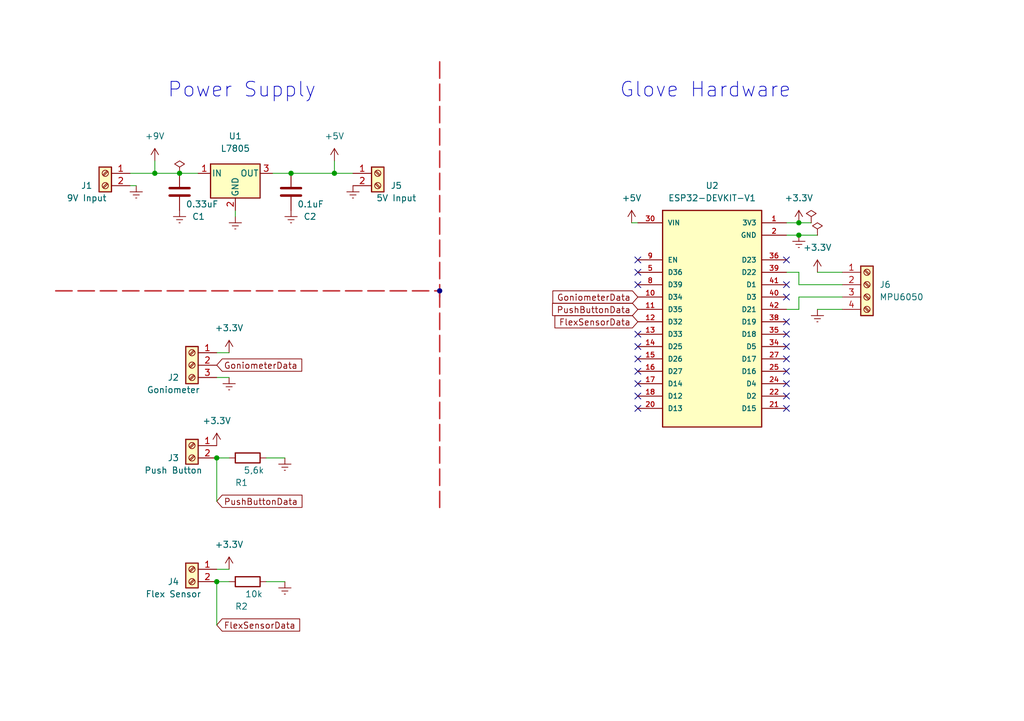
<source format=kicad_sch>
(kicad_sch (version 20211123) (generator eeschema)
  (paper "A5")
  (title_block (title "Glove HOOK") (date "2023-05-23") (rev "V1") (company "PET Engenharia Biomédica"))
  (lib_symbols
    (symbol "Connector:Screw_Terminal_01x02" (pin_names (offset 1.016) hide)
      (property "Reference" "J" (at 0 2.54 0))
      (property "Value" "Screw_Terminal_01x02" (at 0 -5.08 0))
      (symbol "Screw_Terminal_01x02_1_1"
        (rectangle (start -1.27 1.27) (end 1.27 -3.81) (stroke (width 0.254)) (fill (type background)))
        (circle (center 0 -2.54) (radius 0.635) (stroke (width 0.1524)))
        (polyline (pts (xy -0.5334 -2.2098) (xy 0.3302 -3.048)) (stroke (width 0.1524)))
        (polyline (pts (xy -0.5334 0.3302) (xy 0.3302 -0.508)) (stroke (width 0.1524)))
        (polyline (pts (xy -0.3556 -2.032) (xy 0.508 -2.8702)) (stroke (width 0.1524)))
        (polyline (pts (xy -0.3556 0.508) (xy 0.508 -0.3302)) (stroke (width 0.1524)))
        (circle (center 0 0) (radius 0.635) (stroke (width 0.1524)))
        (pin passive line (at -5.08 0 0) (length 3.81) (name "Pin_1") (number "1"))
        (pin passive line (at -5.08 -2.54 0) (length 3.81) (name "Pin_2") (number "2"))
      )
    )
    (symbol "Connector:Screw_Terminal_01x03" (pin_names (offset 1.016) hide)
      (property "Reference" "J" (at 0 5.08 0))
      (property "Value" "Screw_Terminal_01x03" (at 0 -5.08 0))
      (symbol "Screw_Terminal_01x03_1_1"
        (rectangle (start -1.27 3.81) (end 1.27 -3.81) (stroke (width 0.254)) (fill (type background)))
        (circle (center 0 -2.54) (radius 0.635) (stroke (width 0.1524)))
        (polyline (pts (xy -0.5334 -2.2098) (xy 0.3302 -3.048)) (stroke (width 0.1524)))
        (polyline (pts (xy -0.5334 0.3302) (xy 0.3302 -0.508)) (stroke (width 0.1524)))
        (polyline (pts (xy -0.5334 2.8702) (xy 0.3302 2.032)) (stroke (width 0.1524)))
        (polyline (pts (xy -0.3556 -2.032) (xy 0.508 -2.8702)) (stroke (width 0.1524)))
        (polyline (pts (xy -0.3556 0.508) (xy 0.508 -0.3302)) (stroke (width 0.1524)))
        (polyline (pts (xy -0.3556 3.048) (xy 0.508 2.2098)) (stroke (width 0.1524)))
        (circle (center 0 0) (radius 0.635) (stroke (width 0.1524)))
        (circle (center 0 2.54) (radius 0.635) (stroke (width 0.1524)))
        (pin passive line (at -5.08 2.54 0) (length 3.81) (name "Pin_1") (number "1"))
        (pin passive line (at -5.08 0 0) (length 3.81) (name "Pin_2") (number "2"))
        (pin passive line (at -5.08 -2.54 0) (length 3.81) (name "Pin_3") (number "3"))
      )
    )
    (symbol "Connector:Screw_Terminal_01x04" (pin_names (offset 1.016) hide)
      (property "Reference" "J" (at 0 5.08 0))
      (property "Value" "Screw_Terminal_01x04" (at 0 -7.62 0))
      (symbol "Screw_Terminal_01x04_1_1"
        (rectangle (start -1.27 3.81) (end 1.27 -6.35) (stroke (width 0.254)) (fill (type background)))
        (circle (center 0 -5.08) (radius 0.635) (stroke (width 0.1524)))
        (circle (center 0 -2.54) (radius 0.635) (stroke (width 0.1524)))
        (polyline (pts (xy -0.5334 -4.7498) (xy 0.3302 -5.588)) (stroke (width 0.1524)))
        (polyline (pts (xy -0.5334 -2.2098) (xy 0.3302 -3.048)) (stroke (width 0.1524)))
        (polyline (pts (xy -0.5334 0.3302) (xy 0.3302 -0.508)) (stroke (width 0.1524)))
        (polyline (pts (xy -0.5334 2.8702) (xy 0.3302 2.032)) (stroke (width 0.1524)))
        (polyline (pts (xy -0.3556 -4.572) (xy 0.508 -5.4102)) (stroke (width 0.1524)))
        (polyline (pts (xy -0.3556 -2.032) (xy 0.508 -2.8702)) (stroke (width 0.1524)))
        (polyline (pts (xy -0.3556 0.508) (xy 0.508 -0.3302)) (stroke (width 0.1524)))
        (polyline (pts (xy -0.3556 3.048) (xy 0.508 2.2098)) (stroke (width 0.1524)))
        (circle (center 0 0) (radius 0.635) (stroke (width 0.1524)))
        (circle (center 0 2.54) (radius 0.635) (stroke (width 0.1524)))
        (pin passive line (at -5.08 2.54 0) (length 3.81) (name "Pin_1") (number "1"))
        (pin passive line (at -5.08 0 0) (length 3.81) (name "Pin_2") (number "2"))
        (pin passive line (at -5.08 -2.54 0) (length 3.81) (name "Pin_3") (number "3"))
        (pin passive line (at -5.08 -5.08 0) (length 3.81) (name "Pin_4") (number "4"))
      )
    )
    (symbol "Device:C" (pin_numbers hide) (pin_names (offset 0.254))
      (property "Reference" "C" (at 0.635 2.54 0))
      (property "Value" "C" (at 0.635 -2.54 0))
      (symbol "C_0_1"
        (polyline (pts (xy -2.032 -0.762) (xy 2.032 -0.762)) (stroke (width 0.508)))
        (polyline (pts (xy -2.032 0.762) (xy 2.032 0.762)) (stroke (width 0.508)))
      )
      (symbol "C_1_1"
        (pin passive line (at 0 3.81 270) (length 2.794) (name "~") (number "1"))
        (pin passive line (at 0 -3.81 90) (length 2.794) (name "~") (number "2"))
      )
    )
    (symbol "Device:R" (pin_numbers hide) (pin_names (offset 0))
      (property "Reference" "R" (at 2.032 0 90))
      (property "Value" "R" (at 0 0 90))
      (symbol "R_0_1"
        (rectangle (start -1.016 -2.54) (end 1.016 2.54) (stroke (width 0.254)))
      )
      (symbol "R_1_1"
        (pin passive line (at 0 3.81 270) (length 1.27) (name "~") (number "1"))
        (pin passive line (at 0 -3.81 90) (length 1.27) (name "~") (number "2"))
      )
    )
    (symbol "ESP32-DEVKIT-V1:ESP32-DEVKIT-V1" (pin_names (offset 1.016))
      (property "Reference" "U" (at -10.16 30.48 0))
      (property "Value" "ESP32-DEVKIT-V1" (at -8.89 -19.05 0))
      (symbol "ESP32-DEVKIT-V1_0_0"
        (rectangle (start -10.16 27.94) (end 10.16 -16.51) (stroke (width 0.254)) (fill (type background)))
        (pin power_in line (at 15.24 25.4 180) (length 5.08) (name "3V3") (number "1"))
        (pin bidirectional line (at -15.24 10.16 0) (length 5.08) (name "D34") (number "10"))
        (pin bidirectional line (at -15.24 7.62 0) (length 5.08) (name "D35") (number "11"))
        (pin bidirectional line (at -15.24 5.08 0) (length 5.08) (name "D32") (number "12"))
        (pin bidirectional line (at -15.24 2.54 0) (length 5.08) (name "D33") (number "13"))
        (pin bidirectional line (at -15.24 0 0) (length 5.08) (name "D25") (number "14"))
        (pin bidirectional line (at -15.24 -2.54 0) (length 5.08) (name "D26") (number "15"))
        (pin bidirectional line (at -15.24 -5.08 0) (length 5.08) (name "D27") (number "16"))
        (pin bidirectional line (at -15.24 -7.62 0) (length 5.08) (name "D14") (number "17"))
        (pin bidirectional line (at -15.24 -10.16 0) (length 5.08) (name "D12") (number "18"))
        (pin power_in line (at 15.24 22.86 180) (length 5.08) (name "GND") (number "2"))
        (pin bidirectional line (at -15.24 -12.7 0) (length 5.08) (name "D13") (number "20"))
        (pin bidirectional line (at 15.24 -12.7 180) (length 5.08) (name "D15") (number "21"))
        (pin bidirectional line (at 15.24 -10.16 180) (length 5.08) (name "D2") (number "22"))
        (pin bidirectional line (at 15.24 -7.62 180) (length 5.08) (name "D4") (number "24"))
        (pin bidirectional line (at 15.24 -5.08 180) (length 5.08) (name "D16") (number "25"))
        (pin bidirectional line (at 15.24 -2.54 180) (length 5.08) (name "D17") (number "27"))
        (pin power_in line (at -15.24 25.4 0) (length 5.08) (name "VIN") (number "30"))
        (pin bidirectional line (at 15.24 0 180) (length 5.08) (name "D5") (number "34"))
        (pin bidirectional line (at 15.24 2.54 180) (length 5.08) (name "D18") (number "35"))
        (pin bidirectional line (at 15.24 17.78 180) (length 5.08) (name "D23") (number "36"))
        (pin bidirectional line (at 15.24 5.08 180) (length 5.08) (name "D19") (number "38"))
        (pin bidirectional line (at 15.24 15.24 180) (length 5.08) (name "D22") (number "39"))
        (pin bidirectional line (at 15.24 10.16 180) (length 5.08) (name "D3") (number "40"))
        (pin bidirectional line (at 15.24 12.7 180) (length 5.08) (name "D1") (number "41"))
        (pin bidirectional line (at 15.24 7.62 180) (length 5.08) (name "D21") (number "42"))
        (pin bidirectional line (at -15.24 15.24 0) (length 5.08) (name "D36") (number "5"))
        (pin bidirectional line (at -15.24 12.7 0) (length 5.08) (name "D39") (number "8"))
        (pin input line (at -15.24 17.78 0) (length 5.08) (name "EN") (number "9"))
      )
    )
    (symbol "Regulator_Linear:L7805" (pin_names (offset 0.254))
      (property "Reference" "U" (at -3.81 3.175 0))
      (property "Value" "L7805" (at 0 3.175 0))
      (symbol "L7805_0_1"
        (rectangle (start -5.08 1.905) (end 5.08 -5.08) (stroke (width 0.254)) (fill (type background)))
      )
      (symbol "L7805_1_1"
        (pin power_in line (at -7.62 0 0) (length 2.54) (name "IN") (number "1"))
        (pin power_in line (at 0 -7.62 90) (length 2.54) (name "GND") (number "2"))
        (pin power_out line (at 7.62 0 180) (length 2.54) (name "OUT") (number "3"))
      )
    )
    (symbol "power:+3.3V" (power) (pin_names (offset 0))
      (property "Value" "+3.3V" (at 0 3.556 0))
      (symbol "+3.3V_0_1"
        (polyline (pts (xy -0.762 1.27) (xy 0 2.54)))
        (polyline (pts (xy 0 0) (xy 0 2.54)))
        (polyline (pts (xy 0 2.54) (xy 0.762 1.27)))
      )
      (symbol "+3.3V_1_1"
        (pin power_in line (at 0 0 90) (length 0) hide (name "+3.3V") (number "1"))
      )
    )
    (symbol "power:+5V" (power) (pin_names (offset 0))
      (property "Value" "+5V" (at 0 3.556 0))
      (symbol "+5V_0_1"
        (polyline (pts (xy -0.762 1.27) (xy 0 2.54)))
        (polyline (pts (xy 0 0) (xy 0 2.54)))
        (polyline (pts (xy 0 2.54) (xy 0.762 1.27)))
      )
      (symbol "+5V_1_1"
        (pin power_in line (at 0 0 90) (length 0) hide (name "+5V") (number "1"))
      )
    )
    (symbol "power:+9V" (power) (pin_names (offset 0))
      (property "Value" "+9V" (at 0 3.556 0))
      (symbol "+9V_0_1"
        (polyline (pts (xy -0.762 1.27) (xy 0 2.54)))
        (polyline (pts (xy 0 0) (xy 0 2.54)))
        (polyline (pts (xy 0 2.54) (xy 0.762 1.27)))
      )
      (symbol "+9V_1_1"
        (pin power_in line (at 0 0 90) (length 0) hide (name "+9V") (number "1"))
      )
    )
    (symbol "power:Earth" (power) (pin_names (offset 0))
      (symbol "Earth_0_1"
        (polyline (pts (xy -0.635 -1.905) (xy 0.635 -1.905)))
        (polyline (pts (xy -0.127 -2.54) (xy 0.127 -2.54)))
        (polyline (pts (xy 0 -1.27) (xy 0 0)))
        (polyline (pts (xy 1.27 -1.27) (xy -1.27 -1.27)))
      )
      (symbol "Earth_1_1"
        (pin power_in line (at 0 0 270) (length 0) hide (name "Earth") (number "1"))
      )
    )
    (symbol "power:PWR_FLAG" (power) (pin_numbers hide) (pin_names (offset 0) hide)
      (property "Value" "PWR_FLAG" (at 0 3.81 0))
      (symbol "PWR_FLAG_0_0"
        (pin power_out line (at 0 0 90) (length 0) (name "pwr") (number "1"))
      )
      (symbol "PWR_FLAG_0_1"
        (polyline (pts (xy 0 0) (xy 0 1.27) (xy -1.016 1.905) (xy 0 2.54) (xy 1.016 1.905) (xy 0 1.27)))
      )
    )
  )
  (junction (at 44.45 93.98))
  (junction (at 68.58 35.56))
  (junction (at 90.17 59.69))
  (junction (at 59.69 35.56))
  (junction (at 36.83 35.56))
  (junction (at 44.45 119.38))
  (junction (at 31.75 35.56))
  (junction (at 163.83 45.72))
  (junction (at 163.83 48.26))
  (no_connect (at 161.29 83.82))
  (no_connect (at 161.29 81.28))
  (no_connect (at 130.81 83.82))
  (no_connect (at 161.29 78.74))
  (no_connect (at 161.29 76.2))
  (no_connect (at 161.29 73.66))
  (no_connect (at 161.29 68.58))
  (no_connect (at 161.29 66.04))
  (no_connect (at 130.81 53.34))
  (no_connect (at 130.81 68.58))
  (no_connect (at 161.29 71.12))
  (no_connect (at 161.29 60.96))
  (no_connect (at 161.29 58.42))
  (no_connect (at 161.29 53.34))
  (no_connect (at 130.81 71.12))
  (no_connect (at 130.81 73.66))
  (no_connect (at 130.81 76.2))
  (no_connect (at 130.81 78.74))
  (no_connect (at 130.81 81.28))
  (no_connect (at 130.81 58.42))
  (no_connect (at 130.81 55.88))
  (wire (pts (xy 48.26 43.18) (xy 48.26 44.45)))
  (wire (pts (xy 172.72 58.42) (xy 163.83 58.42)))
  (wire (pts (xy 46.99 93.98) (xy 44.45 93.98)))
  (wire (pts (xy 163.83 55.88) (xy 161.29 55.88)))
  (wire (pts (xy 172.72 60.96) (xy 163.83 60.96)))
  (wire (pts (xy 58.42 119.38) (xy 54.61 119.38)))
  (bus (pts (xy 11.43 59.69) (xy 90.17 59.69)) (stroke (width 0) (type dash) (color 195 46 50 1)))
  (wire (pts (xy 167.64 55.88) (xy 172.72 55.88)))
  (wire (pts (xy 163.83 45.72) (xy 161.29 45.72)))
  (wire (pts (xy 59.69 35.56) (xy 68.58 35.56)))
  (wire (pts (xy 163.83 48.26) (xy 161.29 48.26)))
  (wire (pts (xy 167.64 63.5) (xy 172.72 63.5)))
  (wire (pts (xy 163.83 58.42) (xy 163.83 55.88)))
  (wire (pts (xy 59.69 35.56) (xy 55.88 35.56)))
  (wire (pts (xy 58.42 93.98) (xy 54.61 93.98)))
  (wire (pts (xy 166.37 45.72) (xy 163.83 45.72)))
  (wire (pts (xy 26.67 35.56) (xy 31.75 35.56)))
  (bus (pts (xy 90.17 59.69) (xy 90.17 104.14)) (stroke (width 0) (type dash) (color 195 46 50 1)))
  (wire (pts (xy 68.58 35.56) (xy 72.39 35.56)))
  (wire (pts (xy 46.99 72.39) (xy 44.45 72.39)))
  (bus (pts (xy 90.17 59.69) (xy 90.17 60.96)))
  (wire (pts (xy 163.83 60.96) (xy 163.83 63.5)))
  (wire (pts (xy 163.83 63.5) (xy 161.29 63.5)))
  (wire (pts (xy 31.75 33.02) (xy 31.75 35.56)))
  (wire (pts (xy 46.99 116.84) (xy 44.45 116.84)))
  (wire (pts (xy 46.99 119.38) (xy 44.45 119.38)))
  (wire (pts (xy 44.45 93.98) (xy 44.45 102.87)))
  (wire (pts (xy 167.64 48.26) (xy 163.83 48.26)))
  (wire (pts (xy 46.99 77.47) (xy 44.45 77.47)))
  (wire (pts (xy 36.83 35.56) (xy 40.64 35.56)))
  (wire (pts (xy 68.58 33.02) (xy 68.58 35.56)))
  (wire (pts (xy 31.75 35.56) (xy 36.83 35.56)))
  (wire (pts (xy 27.94 38.1) (xy 26.67 38.1)))
  (wire (pts (xy 129.54 45.72) (xy 130.81 45.72)))
  (wire (pts (xy 44.45 119.38) (xy 44.45 128.27)))
  (bus (pts (xy 90.17 12.7) (xy 90.17 59.69)) (stroke (width 0) (type dash) (color 195 46 50 1)))
  (text "Glove Hardware" (at 127 20.32 0) (effects (font (size 3 3)) (justify left bottom)))
  (text "Power Supply" (at 34.29 20.32 0) (effects (font (size 3 3)) (justify left bottom)))
  (global_label "FlexSensorData" (shape input) (at 130.81 66.04 180) (property "Intersheet References" "${INTERSHEET_REFS}" (effects hide)))
  (global_label "GoniometerData" (shape input) (at 130.81 60.96 180) (property "Intersheet References" "${INTERSHEET_REFS}" (effects hide)))
  (global_label "FlexSensorData" (shape input) (at 44.45 128.27 0) (property "Intersheet References" "${INTERSHEET_REFS}" (effects hide)))
  (global_label "GoniometerData" (shape input) (at 44.45 74.93 0) (property "Intersheet References" "${INTERSHEET_REFS}" (effects hide)))
  (global_label "PushButtonData" (shape input) (at 44.45 102.87 0) (property "Intersheet References" "${INTERSHEET_REFS}" (effects hide)))
  (global_label "PushButtonData" (shape input) (at 130.81 63.5 180) (property "Intersheet References" "${INTERSHEET_REFS}" (effects hide)))
  (symbol (lib_id "Connector:Screw_Terminal_01x03") (at 39.37 74.93 0) (mirror y) (unit 1)
    (property "Reference" "J2" (at 35.56 77.47 0))
    (property "Value" "Goniometer" (at 35.56 80.01 0))
  )
  (symbol (lib_id "power:+5V") (at 68.58 33.02 0) (unit 1)
    (property "Reference" "#PWR012" (effects hide))
    (property "Value" "+5V" (at 68.58 27.94 0))
  )
  (symbol (lib_id "Regulator_Linear:L7805") (at 48.26 35.56 0) (unit 1)
    (property "Reference" "U1" (at 48.26 27.94 0))
    (property "Value" "L7805" (at 48.26 30.48 0))
    (property "Datasheet" "http://www.st.com/content/ccc/resource/technical/document/datasheet/41/4f/b3/b0/12/d4/47/88/CD00000444.pdf/files/CD00000444.pdf/jcr:content/translations/en.CD00000444.pdf" (effects hide))
  )
  (symbol (lib_id "power:Earth") (at 36.83 43.18 0) (unit 1)
    (property "Reference" "#PWR03" (effects hide))
    (property "Value" "Earth" (effects hide))
  )
  (symbol (lib_id "Device:C") (at 59.69 39.37 0) (unit 1)
    (property "Reference" "C2" (at 62.23 44.45 0) (effects (justify left)))
    (property "Value" "0.1uF" (at 60.96 41.91 0) (effects (justify left)))
  )
  (symbol (lib_id "Connector:Screw_Terminal_01x02") (at 39.37 116.84 0) (mirror y) (unit 1)
    (property "Reference" "J4" (at 35.56 119.38 0))
    (property "Value" "Flex Sensor" (at 35.56 121.92 0))
  )
  (symbol (lib_id "Connector:Screw_Terminal_01x02") (at 21.59 35.56 0) (mirror y) (unit 1)
    (property "Reference" "J1" (at 17.78 38.1 0))
    (property "Value" "9V Input" (at 17.78 40.64 0))
  )
  (symbol (lib_id "power:+3.3V") (at 167.64 55.88 0) (unit 1)
    (property "Reference" "#PWR017" (effects hide))
    (property "Value" "+3.3V" (at 167.64 50.8 0))
  )
  (symbol (lib_id "power:Earth") (at 163.83 48.26 0) (unit 1)
    (property "Reference" "#PWR016" (effects hide))
    (property "Value" "Earth" (effects hide))
  )
  (symbol (lib_id "power:PWR_FLAG") (at 167.64 48.26 0) (unit 1)
    (property "Reference" "#FLG03" (effects hide))
    (property "Value" "PWR_FLAG" (effects hide))
  )
  (symbol (lib_id "power:+5V") (at 129.54 45.72 0) (unit 1)
    (property "Reference" "#PWR014" (effects hide))
    (property "Value" "+5V" (at 129.54 40.64 0))
  )
  (symbol (lib_id "power:+3.3V") (at 46.99 116.84 0) (unit 1)
    (property "Reference" "#PWR07" (effects hide))
    (property "Value" "+3.3V" (at 46.99 111.76 0))
  )
  (symbol (lib_id "power:Earth") (at 48.26 44.45 0) (unit 1)
    (property "Reference" "#PWR08" (effects hide))
    (property "Value" "Earth" (effects hide))
  )
  (symbol (lib_id "power:Earth") (at 167.64 63.5 0) (unit 1)
    (property "Reference" "#PWR018" (effects hide))
    (property "Value" "Earth" (effects hide))
  )
  (symbol (lib_id "Device:C") (at 36.83 39.37 0) (unit 1)
    (property "Reference" "C1" (at 39.37 44.45 0) (effects (justify left)))
    (property "Value" "0.33uF" (at 38.1 41.91 0) (effects (justify left)))
  )
  (symbol (lib_id "Device:R") (at 50.8 119.38 90) (unit 1)
    (property "Reference" "R2" (at 49.53 124.46 90))
    (property "Value" "10k" (at 52.07 121.92 90))
  )
  (symbol (lib_id "power:+3.3V") (at 44.45 91.44 0) (unit 1)
    (property "Reference" "#PWR04" (effects hide))
    (property "Value" "+3.3V" (at 44.45 86.36 0))
  )
  (symbol (lib_id "power:Earth") (at 59.69 43.18 0) (unit 1)
    (property "Reference" "#PWR011" (effects hide))
    (property "Value" "Earth" (effects hide))
  )
  (symbol (lib_id "power:PWR_FLAG") (at 36.83 35.56 0) (unit 1)
    (property "Reference" "#FLG01" (effects hide))
    (property "Value" "PWR_FLAG" (effects hide))
  )
  (symbol (lib_id "power:+3.3V") (at 163.83 45.72 0) (unit 1)
    (property "Reference" "#PWR015" (effects hide))
    (property "Value" "+3.3V" (at 163.83 40.64 0))
  )
  (symbol (lib_id "Connector:Screw_Terminal_01x02") (at 39.37 91.44 0) (mirror y) (unit 1)
    (property "Reference" "J3" (at 35.56 93.98 0))
    (property "Value" "Push Button" (at 35.56 96.52 0))
  )
  (symbol (lib_id "Connector:Screw_Terminal_01x04") (at 177.8 58.42 0) (unit 1)
    (property "Reference" "J6" (at 180.34 58.4199 0) (effects (justify left)))
    (property "Value" "MPU6050" (at 180.34 60.9599 0) (effects (justify left)))
  )
  (symbol (lib_id "power:+3.3V") (at 46.99 72.39 0) (unit 1)
    (property "Reference" "#PWR05" (effects hide))
    (property "Value" "+3.3V" (at 46.99 67.31 0))
  )
  (symbol (lib_id "power:Earth") (at 27.94 38.1 0) (unit 1)
    (property "Reference" "#PWR01" (effects hide))
    (property "Value" "Earth" (effects hide))
  )
  (symbol (lib_id "power:Earth") (at 58.42 93.98 0) (unit 1)
    (property "Reference" "#PWR09" (effects hide))
    (property "Value" "Earth" (effects hide))
  )
  (symbol (lib_id "power:+9V") (at 31.75 33.02 0) (unit 1)
    (property "Reference" "#PWR02" (effects hide))
    (property "Value" "+9V" (at 31.75 27.94 0))
  )
  (symbol (lib_id "Connector:Screw_Terminal_01x02") (at 77.47 35.56 0) (unit 1)
    (property "Reference" "J5" (at 81.28 38.1 0))
    (property "Value" "5V Input" (at 81.28 40.64 0))
  )
  (symbol (lib_id "power:Earth") (at 72.39 38.1 0) (unit 1)
    (property "Reference" "#PWR013" (effects hide))
    (property "Value" "Earth" (effects hide))
  )
  (symbol (lib_id "ESP32-DEVKIT-V1:ESP32-DEVKIT-V1") (at 146.05 71.12 0) (unit 1)
    (property "Reference" "U2" (at 146.05 38.1 0))
    (property "Value" "ESP32-DEVKIT-V1" (at 146.05 40.64 0))
    (property "Footprint" "MODULE_ESP32_DEVKIT_V1" (effects hide))
    (property "PARTREV" "N/A" (effects hide))
    (property "STANDARD" "Manufacturer Recommendations" (effects hide))
    (property "MAXIMUM_PACKAGE_HEIGHT" "6.8 mm" (effects hide))
    (property "MANUFACTURER" "DOIT" (effects hide))
  )
  (symbol (lib_id "power:PWR_FLAG") (at 166.37 45.72 0) (unit 1)
    (property "Reference" "#FLG02" (effects hide))
    (property "Value" "PWR_FLAG" (effects hide))
  )
  (symbol (lib_id "Device:R") (at 50.8 93.98 90) (unit 1)
    (property "Reference" "R1" (at 49.53 99.06 90))
    (property "Value" "5,6k" (at 52.07 96.52 90))
  )
  (symbol (lib_id "power:Earth") (at 58.42 119.38 0) (unit 1)
    (property "Reference" "#PWR010" (effects hide))
    (property "Value" "Earth" (effects hide))
  )
  (symbol (lib_id "power:Earth") (at 46.99 77.47 0) (unit 1)
    (property "Reference" "#PWR06" (effects hide))
    (property "Value" "Earth" (effects hide))
  )
)
</source>
